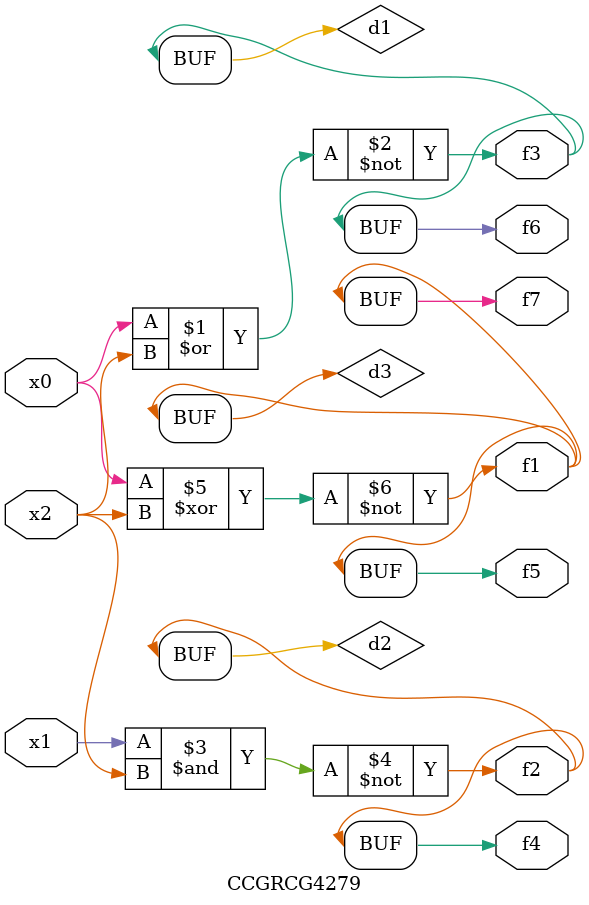
<source format=v>
module CCGRCG4279(
	input x0, x1, x2,
	output f1, f2, f3, f4, f5, f6, f7
);

	wire d1, d2, d3;

	nor (d1, x0, x2);
	nand (d2, x1, x2);
	xnor (d3, x0, x2);
	assign f1 = d3;
	assign f2 = d2;
	assign f3 = d1;
	assign f4 = d2;
	assign f5 = d3;
	assign f6 = d1;
	assign f7 = d3;
endmodule

</source>
